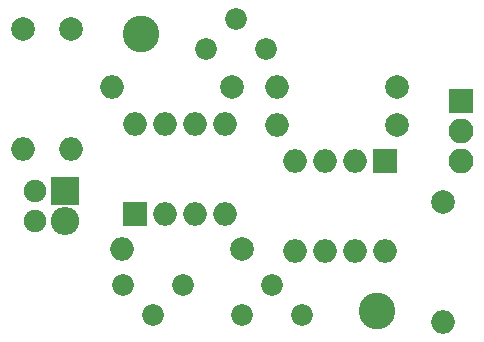
<source format=gbs>
G04 #@! TF.GenerationSoftware,KiCad,Pcbnew,(5.1.4)-1*
G04 #@! TF.CreationDate,2019-09-10T00:12:13+02:00*
G04 #@! TF.ProjectId,RTD,5254442e-6b69-4636-9164-5f7063625858,1.2*
G04 #@! TF.SameCoordinates,PXe4e1c0PY29f6300*
G04 #@! TF.FileFunction,Soldermask,Bot*
G04 #@! TF.FilePolarity,Negative*
%FSLAX46Y46*%
G04 Gerber Fmt 4.6, Leading zero omitted, Abs format (unit mm)*
G04 Created by KiCad (PCBNEW (5.1.4)-1) date 2019-09-10 00:12:13*
%MOMM*%
%LPD*%
G04 APERTURE LIST*
%ADD10O,2.000000X2.000000*%
%ADD11R,2.000000X2.000000*%
%ADD12C,2.000000*%
%ADD13C,1.840000*%
%ADD14C,1.900000*%
%ADD15R,2.398980X2.398980*%
%ADD16O,2.398980X2.398980*%
%ADD17O,2.100000X2.100000*%
%ADD18R,2.100000X2.100000*%
%ADD19C,3.100000*%
G04 APERTURE END LIST*
D10*
X32625000Y7868500D03*
X25005000Y15488500D03*
X30085000Y7868500D03*
X27545000Y15488500D03*
X27545000Y7868500D03*
X30085000Y15488500D03*
X25005000Y7868500D03*
D11*
X32625000Y15488500D03*
D10*
X11479500Y18600000D03*
X19099500Y10980000D03*
X14019500Y18600000D03*
X16559500Y10980000D03*
X16559500Y18600000D03*
X14019500Y10980000D03*
X19099500Y18600000D03*
D11*
X11479500Y10980000D03*
D10*
X37514500Y1836000D03*
D12*
X37514500Y11996000D03*
D10*
X23481000Y18536500D03*
D12*
X33641000Y18536500D03*
D13*
X25576500Y2407500D03*
X23036500Y4947500D03*
X20496500Y2407500D03*
D10*
X23481000Y21775000D03*
D12*
X33641000Y21775000D03*
D10*
X9511000Y21775000D03*
D12*
X19671000Y21775000D03*
D10*
X6018500Y16504500D03*
D12*
X6018500Y26664500D03*
D10*
X2018000Y16504500D03*
D12*
X2018000Y26664500D03*
D10*
X10336500Y7995500D03*
D12*
X20496500Y7995500D03*
D14*
X2970500Y12948500D03*
X2970500Y10408500D03*
D15*
X5510500Y12948500D03*
D16*
X5510500Y10408500D03*
D13*
X10463500Y4947500D03*
X13003500Y2407500D03*
X15543500Y4947500D03*
X22528500Y24950000D03*
X19988500Y27490000D03*
X17448500Y24950000D03*
D17*
X39038500Y15488500D03*
X39038500Y18028500D03*
D18*
X39038500Y20568500D03*
D19*
X32000000Y2750000D03*
X12000000Y26250000D03*
M02*

</source>
